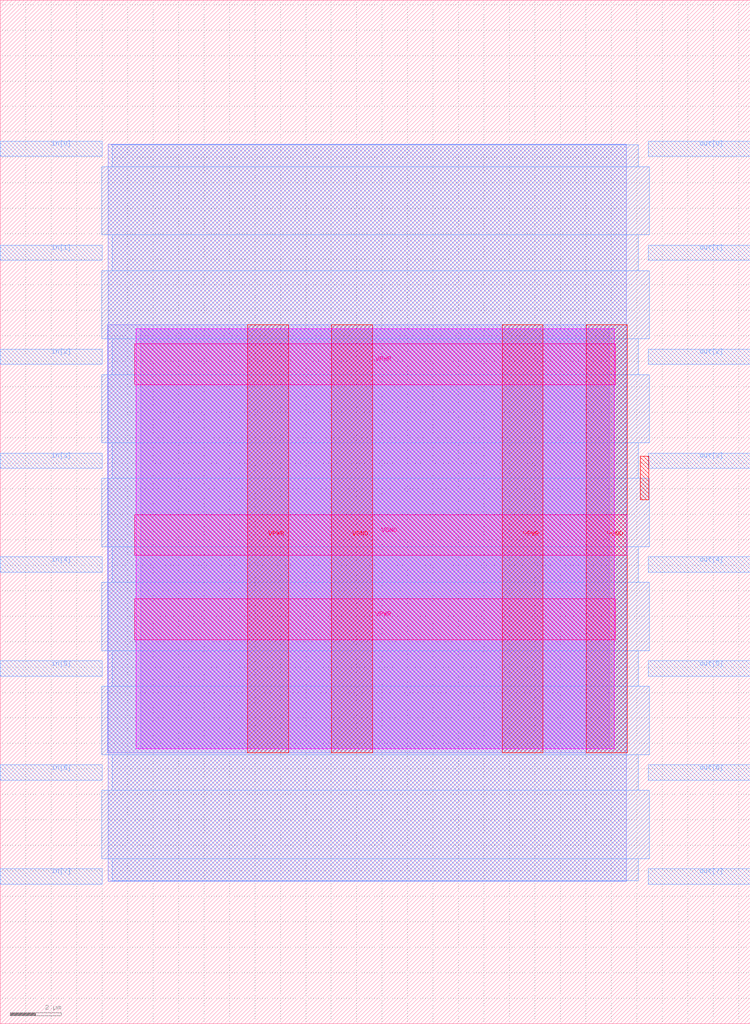
<source format=lef>
VERSION 5.7 ;
  NOWIREEXTENSIONATPIN ON ;
  DIVIDERCHAR "/" ;
  BUSBITCHARS "[]" ;
MACRO first_project
  CLASS BLOCK ;
  FOREIGN first_project ;
  ORIGIN 0.000 0.000 ;
  SIZE 29.455 BY 40.175 ;
  PIN VGND
    DIRECTION INOUT ;
    USE GROUND ;
    PORT
      LAYER met4 ;
        RECT 13.020 10.640 14.620 27.440 ;
    END
    PORT
      LAYER met4 ;
        RECT 23.020 10.640 24.620 27.440 ;
    END
    PORT
      LAYER met5 ;
        RECT 5.280 18.380 24.620 19.980 ;
    END
  END VGND
  PIN VPWR
    DIRECTION INOUT ;
    USE POWER ;
    PORT
      LAYER met4 ;
        RECT 9.720 10.640 11.320 27.440 ;
    END
    PORT
      LAYER met4 ;
        RECT 19.720 10.640 21.320 27.440 ;
    END
    PORT
      LAYER met5 ;
        RECT 5.280 15.080 24.160 16.680 ;
    END
    PORT
      LAYER met5 ;
        RECT 5.280 25.080 24.160 26.680 ;
    END
  END VPWR
  PIN in[0]
    DIRECTION INPUT ;
    USE SIGNAL ;
    ANTENNAGATEAREA 0.196500 ;
    PORT
      LAYER met3 ;
        RECT 0.000 34.040 4.000 34.640 ;
    END
  END in[0]
  PIN in[1]
    DIRECTION INPUT ;
    USE SIGNAL ;
    ANTENNAGATEAREA 0.196500 ;
    PORT
      LAYER met3 ;
        RECT 0.000 29.960 4.000 30.560 ;
    END
  END in[1]
  PIN in[2]
    DIRECTION INPUT ;
    USE SIGNAL ;
    ANTENNAGATEAREA 0.196500 ;
    PORT
      LAYER met3 ;
        RECT 0.000 25.880 4.000 26.480 ;
    END
  END in[2]
  PIN in[3]
    DIRECTION INPUT ;
    USE SIGNAL ;
    ANTENNAGATEAREA 0.196500 ;
    PORT
      LAYER met3 ;
        RECT 0.000 21.800 4.000 22.400 ;
    END
  END in[3]
  PIN in[4]
    DIRECTION INPUT ;
    USE SIGNAL ;
    ANTENNAGATEAREA 0.196500 ;
    PORT
      LAYER met3 ;
        RECT 0.000 17.720 4.000 18.320 ;
    END
  END in[4]
  PIN in[5]
    DIRECTION INPUT ;
    USE SIGNAL ;
    ANTENNAGATEAREA 0.196500 ;
    PORT
      LAYER met3 ;
        RECT 0.000 13.640 4.000 14.240 ;
    END
  END in[5]
  PIN in[6]
    DIRECTION INPUT ;
    USE SIGNAL ;
    ANTENNAGATEAREA 0.196500 ;
    PORT
      LAYER met3 ;
        RECT 0.000 9.560 4.000 10.160 ;
    END
  END in[6]
  PIN in[7]
    DIRECTION INPUT ;
    USE SIGNAL ;
    ANTENNAGATEAREA 0.196500 ;
    PORT
      LAYER met3 ;
        RECT 0.000 5.480 4.000 6.080 ;
    END
  END in[7]
  PIN out[0]
    DIRECTION OUTPUT ;
    USE SIGNAL ;
    ANTENNADIFFAREA 0.795200 ;
    PORT
      LAYER met3 ;
        RECT 25.455 34.040 29.455 34.640 ;
    END
  END out[0]
  PIN out[1]
    DIRECTION OUTPUT ;
    USE SIGNAL ;
    ANTENNADIFFAREA 0.445500 ;
    PORT
      LAYER met3 ;
        RECT 25.455 29.960 29.455 30.560 ;
    END
  END out[1]
  PIN out[2]
    DIRECTION OUTPUT ;
    USE SIGNAL ;
    ANTENNADIFFAREA 0.445500 ;
    PORT
      LAYER met3 ;
        RECT 25.455 25.880 29.455 26.480 ;
    END
  END out[2]
  PIN out[3]
    DIRECTION OUTPUT ;
    USE SIGNAL ;
    ANTENNADIFFAREA 0.445500 ;
    PORT
      LAYER met3 ;
        RECT 25.455 21.800 29.455 22.400 ;
    END
  END out[3]
  PIN out[4]
    DIRECTION OUTPUT ;
    USE SIGNAL ;
    ANTENNADIFFAREA 0.445500 ;
    PORT
      LAYER met3 ;
        RECT 25.455 17.720 29.455 18.320 ;
    END
  END out[4]
  PIN out[5]
    DIRECTION OUTPUT ;
    USE SIGNAL ;
    ANTENNADIFFAREA 0.445500 ;
    PORT
      LAYER met3 ;
        RECT 25.455 13.640 29.455 14.240 ;
    END
  END out[5]
  PIN out[6]
    DIRECTION OUTPUT ;
    USE SIGNAL ;
    ANTENNADIFFAREA 0.445500 ;
    PORT
      LAYER met3 ;
        RECT 25.455 9.560 29.455 10.160 ;
    END
  END out[6]
  PIN out[7]
    DIRECTION OUTPUT ;
    USE SIGNAL ;
    ANTENNADIFFAREA 0.445500 ;
    PORT
      LAYER met3 ;
        RECT 25.455 5.480 29.455 6.080 ;
    END
  END out[7]
  OBS
      LAYER nwell ;
        RECT 5.330 10.795 24.110 27.285 ;
      LAYER li1 ;
        RECT 5.520 10.795 23.920 27.285 ;
      LAYER met1 ;
        RECT 4.210 10.640 24.620 27.440 ;
      LAYER met2 ;
        RECT 4.230 5.595 24.590 34.525 ;
      LAYER met3 ;
        RECT 4.400 33.640 25.055 34.505 ;
        RECT 3.990 30.960 25.490 33.640 ;
        RECT 4.400 29.560 25.055 30.960 ;
        RECT 3.990 26.880 25.490 29.560 ;
        RECT 4.400 25.480 25.055 26.880 ;
        RECT 3.990 22.800 25.490 25.480 ;
        RECT 4.400 21.400 25.055 22.800 ;
        RECT 3.990 18.720 25.490 21.400 ;
        RECT 4.400 17.320 25.055 18.720 ;
        RECT 3.990 14.640 25.490 17.320 ;
        RECT 4.400 13.240 25.055 14.640 ;
        RECT 3.990 10.560 25.490 13.240 ;
        RECT 4.400 9.160 25.055 10.560 ;
        RECT 3.990 6.480 25.490 9.160 ;
        RECT 4.400 5.615 25.055 6.480 ;
      LAYER met4 ;
        RECT 25.135 20.575 25.465 22.265 ;
  END
END first_project
END LIBRARY


</source>
